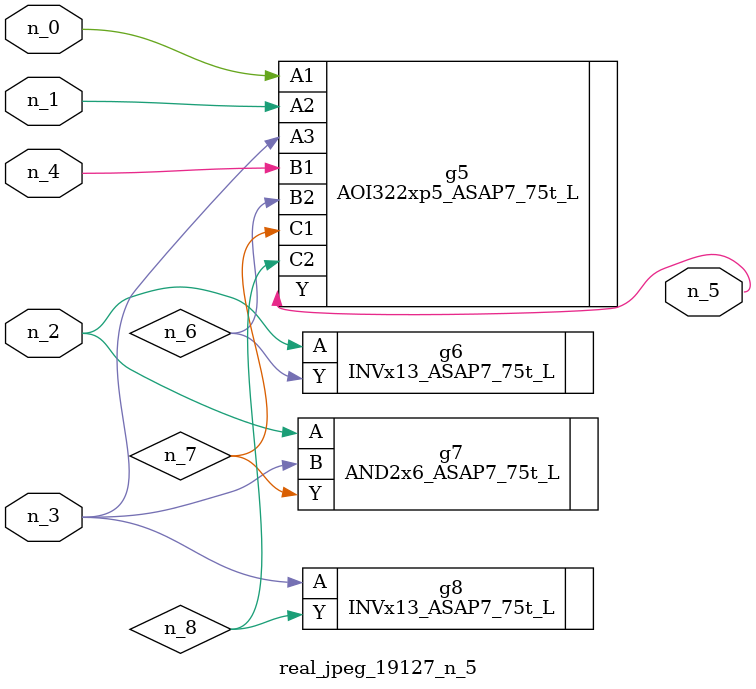
<source format=v>
module real_jpeg_19127_n_5 (n_4, n_0, n_1, n_2, n_3, n_5);

input n_4;
input n_0;
input n_1;
input n_2;
input n_3;

output n_5;

wire n_8;
wire n_6;
wire n_7;

AOI322xp5_ASAP7_75t_L g5 ( 
.A1(n_0),
.A2(n_1),
.A3(n_3),
.B1(n_4),
.B2(n_6),
.C1(n_7),
.C2(n_8),
.Y(n_5)
);

INVx13_ASAP7_75t_L g6 ( 
.A(n_2),
.Y(n_6)
);

AND2x6_ASAP7_75t_L g7 ( 
.A(n_2),
.B(n_3),
.Y(n_7)
);

INVx13_ASAP7_75t_L g8 ( 
.A(n_3),
.Y(n_8)
);


endmodule
</source>
